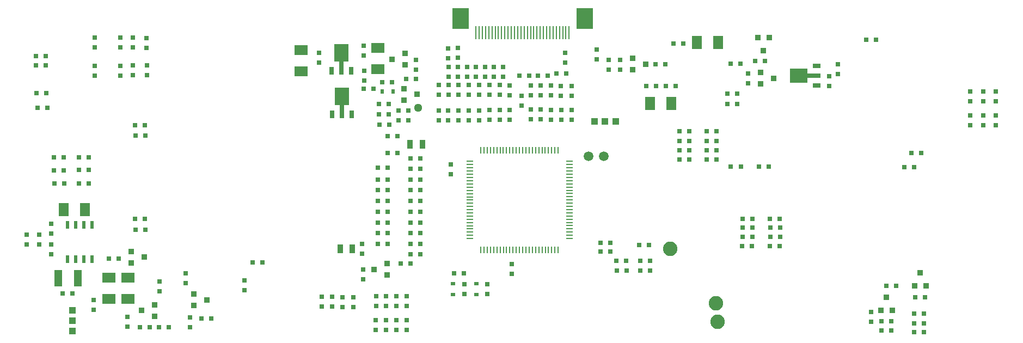
<source format=gtp>
G04 (created by PCBNEW-RS274X (2011-11-27 BZR 3249)-stable) date 18/05/2012 12:57:57 p.m.*
G01*
G70*
G90*
%MOIN*%
G04 Gerber Fmt 3.4, Leading zero omitted, Abs format*
%FSLAX34Y34*%
G04 APERTURE LIST*
%ADD10C,0.020000*%
%ADD11R,0.035000X0.055000*%
%ADD12R,0.025000X0.031500*%
%ADD13R,0.031500X0.025000*%
%ADD14C,0.088600*%
%ADD15R,0.036000X0.036000*%
%ADD16R,0.040000X0.010000*%
%ADD17R,0.010000X0.040000*%
%ADD18R,0.010000X0.080000*%
%ADD19R,0.100000X0.130000*%
%ADD20R,0.027600X0.047200*%
%ADD21R,0.027600X0.078700*%
%ADD22R,0.086600X0.110300*%
%ADD23R,0.020000X0.045000*%
%ADD24R,0.039400X0.039400*%
%ADD25R,0.047200X0.027600*%
%ADD26R,0.078700X0.027600*%
%ADD27R,0.110300X0.086600*%
%ADD28R,0.031500X0.023600*%
%ADD29R,0.080000X0.060000*%
%ADD30R,0.060000X0.080000*%
%ADD31R,0.050000X0.100000*%
%ADD32C,0.059100*%
%ADD33R,0.023600X0.031500*%
%ADD34C,0.051200*%
G04 APERTURE END LIST*
G54D10*
G54D11*
X34342Y-27756D03*
X33592Y-27756D03*
G54D12*
X36510Y-27450D03*
X35910Y-27450D03*
X36510Y-26800D03*
X35910Y-26800D03*
X36510Y-24832D03*
X35910Y-24832D03*
X36510Y-23523D03*
X35910Y-23523D03*
G54D13*
X35035Y-15322D03*
X35035Y-15922D03*
G54D12*
X36510Y-26151D03*
X35910Y-26151D03*
X36510Y-25491D03*
X35910Y-25491D03*
X36510Y-24173D03*
X35910Y-24173D03*
X36509Y-22815D03*
X35909Y-22815D03*
X50133Y-27392D03*
X49533Y-27392D03*
X51897Y-27539D03*
X52497Y-27539D03*
G54D13*
X32293Y-15753D03*
X32293Y-16353D03*
X34951Y-27476D03*
X34951Y-28076D03*
G54D12*
X49533Y-27933D03*
X50133Y-27933D03*
X38518Y-28090D03*
X37918Y-28090D03*
X35644Y-17953D03*
X35044Y-17953D03*
X15064Y-19144D03*
X15664Y-19144D03*
X59228Y-22740D03*
X59828Y-22740D03*
G54D13*
X36413Y-32141D03*
X36413Y-32741D03*
G54D12*
X51964Y-29085D03*
X52564Y-29085D03*
X14956Y-16535D03*
X15556Y-16535D03*
X53529Y-17795D03*
X54129Y-17795D03*
G54D13*
X37043Y-32141D03*
X37043Y-32741D03*
X37665Y-32141D03*
X37665Y-32741D03*
X47386Y-16367D03*
X47386Y-15767D03*
G54D12*
X45162Y-17173D03*
X44562Y-17173D03*
G54D13*
X43021Y-16620D03*
X43021Y-17220D03*
X41918Y-16620D03*
X41918Y-17220D03*
X43572Y-16620D03*
X43572Y-17220D03*
X42470Y-16620D03*
X42470Y-17220D03*
X41367Y-16620D03*
X41367Y-17220D03*
G54D12*
X47426Y-17043D03*
X46826Y-17043D03*
X45708Y-17181D03*
X46308Y-17181D03*
X37111Y-21894D03*
X36511Y-21894D03*
X37918Y-22224D03*
X38518Y-22224D03*
X38508Y-27450D03*
X37908Y-27450D03*
X38518Y-26151D03*
X37918Y-26151D03*
X38518Y-24832D03*
X37918Y-24832D03*
X38518Y-23523D03*
X37918Y-23523D03*
G54D13*
X37035Y-30653D03*
X37035Y-31253D03*
G54D12*
X38518Y-26800D03*
X37918Y-26800D03*
X38519Y-25491D03*
X37919Y-25491D03*
X38518Y-24173D03*
X37918Y-24173D03*
X38518Y-22873D03*
X37918Y-22873D03*
X57516Y-22736D03*
X58131Y-22736D03*
G54D13*
X36410Y-30657D03*
X36410Y-31257D03*
X37658Y-30657D03*
X37658Y-31257D03*
G54D12*
X50517Y-28484D03*
X51117Y-28484D03*
X50527Y-29085D03*
X51127Y-29085D03*
X52919Y-16466D03*
X53519Y-16466D03*
G54D13*
X50728Y-16796D03*
X50728Y-16196D03*
X49321Y-15576D03*
X49321Y-16176D03*
X40816Y-15478D03*
X40816Y-16078D03*
X40816Y-17220D03*
X40816Y-16620D03*
X40226Y-17219D03*
X40226Y-16619D03*
X40217Y-15487D03*
X40217Y-16087D03*
X39626Y-19291D03*
X39626Y-19891D03*
X40843Y-19291D03*
X40843Y-19891D03*
X42114Y-19283D03*
X42114Y-19883D03*
X43366Y-19275D03*
X43366Y-19875D03*
X39626Y-17735D03*
X39626Y-18335D03*
X40843Y-17735D03*
X40843Y-18335D03*
X42110Y-17735D03*
X42110Y-18335D03*
X43366Y-17735D03*
X43366Y-18335D03*
X40220Y-19287D03*
X40220Y-19887D03*
X41461Y-19283D03*
X41461Y-19883D03*
X42748Y-19275D03*
X42748Y-19875D03*
X43988Y-19275D03*
X43988Y-19875D03*
X40228Y-17735D03*
X40228Y-18335D03*
X41461Y-17728D03*
X41461Y-18328D03*
X42740Y-17743D03*
X42740Y-18343D03*
X43980Y-17751D03*
X43980Y-18351D03*
X47130Y-19263D03*
X47130Y-19863D03*
X45866Y-19247D03*
X45866Y-19847D03*
X47783Y-19263D03*
X47783Y-19863D03*
X46504Y-19255D03*
X46504Y-19855D03*
X45264Y-19239D03*
X45264Y-19839D03*
X47780Y-17783D03*
X47780Y-18383D03*
X46504Y-17779D03*
X46504Y-18379D03*
X45264Y-17763D03*
X45264Y-18363D03*
X47122Y-17787D03*
X47122Y-18387D03*
X45870Y-17771D03*
X45870Y-18371D03*
G54D12*
X52338Y-17805D03*
X52938Y-17805D03*
X14966Y-15965D03*
X15566Y-15965D03*
X15615Y-18228D03*
X15015Y-18228D03*
X67623Y-30039D03*
X67023Y-30039D03*
X68745Y-31742D03*
X69345Y-31742D03*
G54D13*
X66101Y-31629D03*
X66101Y-32229D03*
G54D12*
X66747Y-32756D03*
X67347Y-32756D03*
X68755Y-32323D03*
X69355Y-32323D03*
G54D14*
X53807Y-27764D03*
G54D12*
X68755Y-32874D03*
X69355Y-32874D03*
G54D15*
X69464Y-30026D03*
X68764Y-30026D03*
X69114Y-29226D03*
X67396Y-31542D03*
X66696Y-31542D03*
X67046Y-30742D03*
X51500Y-16806D03*
X51500Y-16106D03*
X52300Y-16456D03*
G54D13*
X18490Y-30910D03*
X18490Y-31510D03*
G54D12*
X20050Y-28380D03*
X19450Y-28380D03*
G54D15*
X20812Y-28618D03*
X20812Y-27918D03*
X21612Y-28268D03*
G54D12*
X57298Y-18278D03*
X57898Y-18278D03*
X57294Y-18898D03*
X57894Y-18898D03*
X54591Y-15201D03*
X53991Y-15201D03*
X52574Y-28484D03*
X51974Y-28484D03*
G54D13*
X73750Y-18145D03*
X73750Y-18745D03*
G54D16*
X41527Y-27134D03*
X41527Y-22414D03*
X41527Y-22614D03*
X41527Y-22804D03*
X41527Y-23004D03*
X41527Y-23204D03*
X41527Y-23394D03*
X41527Y-23594D03*
X41527Y-23794D03*
X41527Y-23984D03*
X41527Y-24184D03*
X41527Y-24384D03*
X41527Y-24584D03*
X41527Y-24774D03*
X41527Y-24974D03*
X41527Y-25174D03*
X41527Y-25364D03*
X41527Y-25564D03*
X41527Y-25764D03*
X41527Y-25954D03*
X41527Y-26154D03*
X41527Y-26354D03*
X41527Y-26544D03*
X41527Y-26744D03*
X41527Y-26944D03*
G54D17*
X42217Y-21724D03*
X46937Y-21724D03*
X46737Y-21724D03*
X46547Y-21724D03*
X46347Y-21724D03*
X46147Y-21724D03*
X45957Y-21724D03*
X45757Y-21724D03*
X45557Y-21724D03*
X45367Y-21724D03*
X45167Y-21724D03*
X44967Y-21724D03*
X44767Y-21724D03*
X44577Y-21724D03*
X44377Y-21724D03*
X44177Y-21724D03*
X43987Y-21724D03*
X43787Y-21724D03*
X43587Y-21724D03*
X43397Y-21724D03*
X43197Y-21724D03*
X42997Y-21724D03*
X42807Y-21724D03*
X42607Y-21724D03*
X42407Y-21724D03*
X42217Y-27824D03*
X42417Y-27824D03*
X42607Y-27824D03*
X42807Y-27824D03*
X43007Y-27824D03*
X43197Y-27824D03*
X43397Y-27824D03*
X43597Y-27824D03*
X43787Y-27824D03*
X43987Y-27824D03*
X44187Y-27824D03*
X44387Y-27824D03*
X44577Y-27824D03*
X44777Y-27824D03*
X44977Y-27824D03*
X45167Y-27824D03*
X45367Y-27824D03*
X45567Y-27824D03*
X45757Y-27824D03*
X45957Y-27824D03*
X46157Y-27824D03*
X46347Y-27824D03*
X46547Y-27824D03*
X46747Y-27824D03*
X46937Y-27824D03*
G54D16*
X47627Y-27134D03*
X47627Y-26934D03*
X47627Y-26744D03*
X47627Y-26544D03*
X47627Y-26344D03*
X47627Y-26154D03*
X47627Y-25954D03*
X47627Y-25754D03*
X47627Y-25564D03*
X47627Y-25364D03*
X47627Y-25164D03*
X47627Y-24964D03*
X47627Y-24774D03*
X47627Y-24574D03*
X47627Y-24374D03*
X47627Y-24184D03*
X47627Y-23984D03*
X47627Y-23784D03*
X47627Y-23594D03*
X47627Y-23394D03*
X47627Y-23194D03*
X47627Y-23004D03*
X47627Y-22804D03*
X47627Y-22604D03*
X47627Y-22414D03*
G54D18*
X43878Y-14548D03*
X44078Y-14548D03*
X44273Y-14548D03*
X44468Y-14548D03*
X44668Y-14548D03*
X44863Y-14548D03*
X45058Y-14548D03*
X45258Y-14548D03*
X45453Y-14548D03*
X45648Y-14548D03*
X43681Y-14548D03*
X45848Y-14548D03*
X46043Y-14548D03*
X43484Y-14548D03*
X47618Y-14548D03*
X46238Y-14548D03*
X46438Y-14548D03*
X46633Y-14548D03*
X46828Y-14548D03*
X47028Y-14548D03*
X47223Y-14548D03*
X47418Y-14548D03*
X43287Y-14548D03*
X43091Y-14548D03*
X42894Y-14548D03*
X42697Y-14548D03*
X42500Y-14548D03*
X42303Y-14548D03*
X42106Y-14548D03*
X41909Y-14548D03*
G54D19*
X48588Y-13668D03*
X40958Y-13668D03*
G54D20*
X33078Y-16854D03*
G54D21*
X33669Y-16697D03*
G54D20*
X34260Y-16854D03*
G54D22*
X33669Y-15752D03*
G54D20*
X33110Y-19537D03*
G54D21*
X33701Y-19380D03*
G54D20*
X34292Y-19537D03*
G54D22*
X33701Y-18435D03*
G54D12*
X16088Y-22972D03*
X16688Y-22972D03*
X16117Y-23750D03*
X16717Y-23750D03*
G54D13*
X72156Y-18125D03*
X72156Y-18725D03*
G54D12*
X16088Y-22175D03*
X16688Y-22175D03*
G54D13*
X72972Y-18135D03*
X72972Y-18735D03*
G54D12*
X17604Y-22943D03*
X18204Y-22943D03*
X17613Y-23750D03*
X18213Y-23750D03*
G54D13*
X72165Y-19611D03*
X72165Y-20211D03*
G54D12*
X17604Y-22175D03*
X18204Y-22175D03*
G54D13*
X72972Y-19611D03*
X72972Y-20211D03*
X73750Y-19611D03*
X73750Y-20211D03*
X40362Y-22606D03*
X40362Y-23206D03*
X15894Y-27483D03*
X15894Y-28083D03*
X15890Y-26247D03*
X15890Y-26847D03*
G54D23*
X16919Y-26296D03*
X16919Y-28396D03*
X17419Y-26296D03*
X17919Y-26296D03*
X18419Y-26296D03*
X17419Y-28396D03*
X17919Y-28396D03*
X18419Y-28396D03*
G54D12*
X16602Y-30488D03*
X17202Y-30488D03*
G54D13*
X15161Y-26885D03*
X15161Y-27485D03*
X24130Y-29859D03*
X24130Y-29259D03*
X20579Y-32540D03*
X20579Y-31940D03*
G54D12*
X23119Y-32551D03*
X22519Y-32551D03*
X21342Y-32551D03*
X21942Y-32551D03*
X25106Y-32020D03*
X25706Y-32020D03*
G54D13*
X24421Y-31976D03*
X24421Y-32576D03*
G54D15*
X24651Y-31240D03*
X24651Y-30540D03*
X25451Y-30890D03*
X22239Y-31189D03*
X22239Y-31889D03*
X21439Y-31539D03*
G54D13*
X35791Y-30661D03*
X35791Y-31261D03*
X35780Y-32741D03*
X35780Y-32141D03*
X34413Y-31324D03*
X34413Y-30724D03*
X33736Y-31316D03*
X33736Y-30716D03*
X33091Y-31305D03*
X33091Y-30705D03*
X32472Y-31297D03*
X32472Y-30697D03*
X50039Y-16192D03*
X50039Y-16792D03*
G54D14*
X56618Y-31114D03*
X56689Y-32244D03*
G54D24*
X17205Y-32173D03*
X17205Y-32813D03*
X17205Y-31533D03*
G54D13*
X58571Y-17027D03*
X58571Y-17627D03*
G54D12*
X54366Y-21153D03*
X54966Y-21153D03*
X54362Y-22291D03*
X54962Y-22291D03*
X58232Y-26480D03*
X58832Y-26480D03*
X58221Y-27586D03*
X58821Y-27586D03*
X54378Y-20582D03*
X54978Y-20582D03*
X54362Y-21724D03*
X54962Y-21724D03*
X58228Y-25917D03*
X58828Y-25917D03*
X58225Y-27031D03*
X58825Y-27031D03*
G54D13*
X20146Y-17150D03*
X20146Y-16550D03*
X21756Y-17146D03*
X21756Y-16546D03*
G54D12*
X21658Y-26598D03*
X21058Y-26598D03*
G54D13*
X18563Y-17158D03*
X18563Y-16558D03*
X20921Y-17139D03*
X20921Y-16539D03*
G54D12*
X21658Y-20835D03*
X21058Y-20835D03*
G54D13*
X18559Y-15434D03*
X18559Y-14834D03*
X20921Y-15434D03*
X20921Y-14834D03*
G54D12*
X21650Y-20205D03*
X21050Y-20205D03*
X56054Y-20578D03*
X56654Y-20578D03*
X56051Y-21728D03*
X56651Y-21728D03*
X59921Y-25916D03*
X60521Y-25916D03*
X59924Y-27035D03*
X60524Y-27035D03*
G54D13*
X20142Y-15434D03*
X20142Y-14834D03*
X21752Y-15454D03*
X21752Y-14854D03*
G54D12*
X21639Y-25933D03*
X21039Y-25933D03*
X56051Y-21149D03*
X56651Y-21149D03*
X56051Y-22287D03*
X56651Y-22287D03*
X59924Y-26476D03*
X60524Y-26476D03*
X59909Y-27590D03*
X60509Y-27590D03*
G54D25*
X62760Y-17764D03*
G54D26*
X62603Y-17173D03*
G54D25*
X62760Y-16582D03*
G54D27*
X61658Y-17173D03*
G54D13*
X64075Y-17056D03*
X64075Y-16456D03*
X63524Y-17212D03*
X63524Y-17812D03*
G54D12*
X58995Y-16272D03*
X59595Y-16272D03*
G54D15*
X59352Y-17673D03*
X59352Y-16973D03*
X60152Y-17323D03*
G54D24*
X49819Y-19969D03*
X50459Y-19969D03*
X49179Y-19969D03*
G54D12*
X65798Y-14969D03*
X66398Y-14969D03*
G54D13*
X42606Y-29928D03*
X42606Y-30528D03*
G54D12*
X41158Y-29260D03*
X40558Y-29260D03*
G54D13*
X41212Y-29917D03*
X41212Y-30517D03*
X27732Y-30304D03*
X27732Y-29704D03*
G54D12*
X69186Y-21894D03*
X68586Y-21894D03*
X28831Y-28598D03*
X28231Y-28598D03*
X68753Y-22780D03*
X68153Y-22780D03*
X67346Y-32205D03*
X66746Y-32205D03*
G54D28*
X41933Y-29893D03*
X41933Y-30563D03*
X40519Y-29893D03*
X40519Y-30563D03*
G54D13*
X14421Y-26885D03*
X14421Y-27485D03*
X22524Y-30367D03*
X22524Y-29767D03*
X35016Y-29023D03*
X35016Y-29623D03*
G54D15*
X36463Y-28674D03*
X36463Y-29374D03*
X35663Y-29024D03*
G54D12*
X37291Y-28681D03*
X37891Y-28681D03*
G54D15*
X59160Y-14830D03*
X59860Y-14830D03*
X59510Y-15630D03*
G54D12*
X57500Y-16420D03*
X58100Y-16420D03*
G54D29*
X31197Y-15590D03*
X31197Y-16890D03*
X35902Y-15472D03*
X35902Y-16772D03*
X19429Y-30839D03*
X19429Y-29539D03*
X20591Y-30839D03*
X20591Y-29539D03*
G54D30*
X16669Y-25358D03*
X17969Y-25358D03*
X52570Y-18880D03*
X53870Y-18880D03*
G54D31*
X16337Y-29571D03*
X17537Y-29571D03*
G54D30*
X55429Y-15126D03*
X56729Y-15126D03*
G54D32*
X48803Y-22110D03*
X49724Y-22110D03*
G54D15*
X37517Y-18657D03*
X37517Y-17957D03*
X38317Y-18307D03*
X37581Y-15804D03*
X37581Y-16504D03*
X36781Y-16154D03*
G54D33*
X36169Y-18142D03*
X36839Y-18142D03*
G54D12*
X35976Y-18906D03*
X36576Y-18906D03*
X36007Y-20169D03*
X36607Y-20169D03*
X37111Y-20882D03*
X36511Y-20882D03*
G54D13*
X38224Y-16812D03*
X38224Y-16212D03*
G54D12*
X38233Y-17370D03*
X37633Y-17370D03*
X35987Y-19539D03*
X36587Y-19539D03*
X37184Y-19295D03*
X37784Y-19295D03*
X36769Y-17567D03*
X36169Y-17567D03*
G54D13*
X35059Y-16861D03*
X35059Y-17461D03*
X44693Y-19005D03*
X44693Y-18405D03*
G54D12*
X69414Y-30728D03*
X68814Y-30728D03*
G54D13*
X44091Y-28688D03*
X44091Y-29288D03*
G54D12*
X37184Y-19906D03*
X37784Y-19906D03*
G54D11*
X38627Y-21370D03*
X37877Y-21370D03*
G54D34*
X38376Y-19148D03*
M02*

</source>
